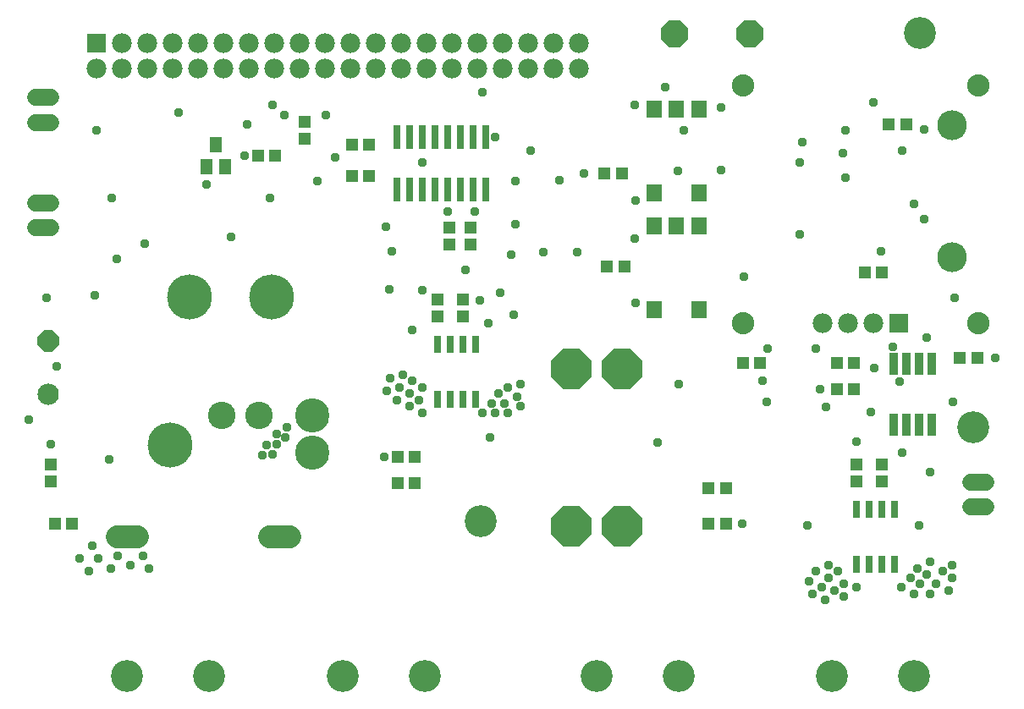
<source format=gbr>
G04 EAGLE Gerber X2 export*
%TF.Part,Single*%
%TF.FileFunction,Soldermask,Top,1*%
%TF.FilePolarity,Negative*%
%TF.GenerationSoftware,Autodesk,EAGLE,8.6.0*%
%TF.CreationDate,2018-02-22T08:32:46Z*%
G75*
%MOMM*%
%FSLAX34Y34*%
%LPD*%
%AMOC8*
5,1,8,0,0,1.08239X$1,22.5*%
G01*
%ADD10C,3.203200*%
%ADD11R,1.203200X1.303200*%
%ADD12C,2.298700*%
%ADD13P,4.343848X8X292.500000*%
%ADD14R,1.303200X1.203200*%
%ADD15R,1.203200X1.603200*%
%ADD16R,1.981200X1.981200*%
%ADD17C,1.981200*%
%ADD18R,0.803200X1.703200*%
%ADD19C,2.235200*%
%ADD20R,0.803200X2.403200*%
%ADD21C,4.503200*%
%ADD22C,3.419200*%
%ADD23C,2.753200*%
%ADD24R,0.863600X2.235200*%
%ADD25C,1.727200*%
%ADD26C,2.978200*%
%ADD27P,2.969212X8X202.500000*%
%ADD28R,1.603200X1.803200*%
%ADD29P,2.309387X8X292.500000*%
%ADD30C,2.133600*%
%ADD31C,0.959600*%


D10*
X908050Y758190D03*
X961390Y363220D03*
X468630Y269240D03*
D11*
X425450Y474100D03*
X425450Y491100D03*
X450850Y474100D03*
X450850Y491100D03*
X844550Y309000D03*
X844550Y326000D03*
X869950Y326000D03*
X869950Y309000D03*
D12*
X277178Y254000D02*
X256223Y254000D01*
X124778Y254000D02*
X103823Y254000D01*
D13*
X609600Y421640D03*
X609600Y264160D03*
X558800Y264160D03*
X558800Y421640D03*
D11*
X385200Y307340D03*
X402200Y307340D03*
X402200Y334010D03*
X385200Y334010D03*
X42300Y266700D03*
X59300Y266700D03*
D14*
X38100Y326000D03*
X38100Y309000D03*
D11*
X262500Y635000D03*
X245500Y635000D03*
D14*
X292100Y651900D03*
X292100Y668900D03*
D11*
X696350Y266700D03*
X713350Y266700D03*
X713350Y302260D03*
X696350Y302260D03*
D15*
X203200Y646000D03*
X212700Y624000D03*
X193700Y624000D03*
D16*
X83700Y747698D03*
D17*
X83700Y722298D03*
X109100Y747698D03*
X109100Y722298D03*
X134500Y747698D03*
X134500Y722298D03*
X159900Y747698D03*
X159900Y722298D03*
X185300Y747698D03*
X185300Y722298D03*
X210700Y747698D03*
X210700Y722298D03*
X236100Y747698D03*
X236100Y722298D03*
X261500Y747698D03*
X261500Y722298D03*
X286900Y747698D03*
X286900Y722298D03*
X312300Y747698D03*
X312300Y722298D03*
X337700Y747698D03*
X337700Y722298D03*
X363100Y747698D03*
X363100Y722298D03*
X388500Y747698D03*
X388500Y722298D03*
X413900Y747698D03*
X413900Y722298D03*
X439300Y747698D03*
X439300Y722298D03*
X464700Y747698D03*
X464700Y722298D03*
X490100Y747698D03*
X490100Y722298D03*
X515500Y747698D03*
X515500Y722298D03*
X540900Y747698D03*
X540900Y722298D03*
X566300Y747698D03*
X566300Y722298D03*
D18*
X438150Y391600D03*
X438150Y446600D03*
X425450Y391600D03*
X450850Y391600D03*
X463550Y391600D03*
X425450Y446600D03*
X450850Y446600D03*
X463550Y446600D03*
X857250Y226500D03*
X857250Y281500D03*
X844550Y226500D03*
X869950Y226500D03*
X882650Y226500D03*
X844550Y281500D03*
X869950Y281500D03*
X882650Y281500D03*
D10*
X412700Y114300D03*
X330200Y114300D03*
X196800Y114300D03*
X114300Y114300D03*
X819200Y114300D03*
X901700Y114300D03*
X666700Y114300D03*
X584200Y114300D03*
D14*
X841620Y427990D03*
X824620Y427990D03*
X841620Y401320D03*
X824620Y401320D03*
X356480Y646430D03*
X339480Y646430D03*
X356480Y614680D03*
X339480Y614680D03*
D16*
X886460Y467360D03*
D17*
X861060Y467360D03*
X835660Y467360D03*
X810260Y467360D03*
D19*
X965835Y467360D03*
X965835Y705485D03*
X730885Y705485D03*
X730885Y467360D03*
D20*
X397510Y601380D03*
X422910Y653380D03*
X384810Y601380D03*
X410210Y601380D03*
X422910Y601380D03*
X410210Y653380D03*
X435610Y653380D03*
X448310Y653380D03*
X448310Y601380D03*
X473710Y653380D03*
X435610Y601380D03*
X461010Y601380D03*
X461010Y653380D03*
X473710Y601380D03*
X397510Y653380D03*
X384810Y653380D03*
D21*
X258920Y494030D03*
X176920Y494030D03*
D22*
X299720Y375330D03*
D21*
X157720Y345230D03*
D22*
X299720Y338030D03*
D23*
X246220Y375330D03*
X208720Y375330D03*
D14*
X747640Y427990D03*
X730640Y427990D03*
D11*
X964810Y433070D03*
X947810Y433070D03*
X876690Y666750D03*
X893690Y666750D03*
X852560Y518160D03*
X869560Y518160D03*
X594750Y524510D03*
X611750Y524510D03*
X592210Y617220D03*
X609210Y617220D03*
D24*
X881380Y365506D03*
X881380Y426974D03*
X894080Y365506D03*
X906780Y365506D03*
X894080Y426974D03*
X906780Y426974D03*
X919480Y365506D03*
X919480Y426974D03*
D25*
X958850Y283410D02*
X974090Y283410D01*
X974090Y308410D02*
X958850Y308410D01*
D26*
X939800Y533390D03*
X939800Y665490D03*
D27*
X737362Y756920D03*
X662178Y756920D03*
D28*
X686710Y598080D03*
X686710Y682080D03*
X664210Y682080D03*
X641710Y682080D03*
X641710Y598080D03*
X686710Y481240D03*
X686710Y565240D03*
X664210Y565240D03*
X641710Y565240D03*
X641710Y481240D03*
D25*
X38100Y562810D02*
X22860Y562810D01*
X22860Y587810D02*
X38100Y587810D01*
X38100Y668220D02*
X22860Y668220D01*
X22860Y693220D02*
X38100Y693220D01*
D14*
X458470Y546490D03*
X458470Y563490D03*
X436880Y546490D03*
X436880Y563490D03*
D29*
X35560Y449580D03*
D30*
X35560Y396240D03*
D31*
X373380Y563880D03*
X645160Y347980D03*
X502920Y566420D03*
X623570Y590550D03*
X374650Y400050D03*
X377825Y412750D03*
X390525Y415925D03*
X400050Y409575D03*
X396875Y396875D03*
X387350Y403225D03*
X384175Y390525D03*
X396875Y384175D03*
X409575Y377825D03*
X406400Y390525D03*
X409575Y403225D03*
X79375Y244475D03*
X98425Y222250D03*
X85725Y231775D03*
X104775Y234950D03*
X117475Y225425D03*
X130175Y234950D03*
X136525Y222250D03*
X76200Y219075D03*
X66675Y231775D03*
X250190Y335280D03*
X254000Y345440D03*
X260350Y336550D03*
X264160Y346710D03*
X264160Y356870D03*
X273050Y353060D03*
X274320Y363220D03*
X379730Y539750D03*
X104140Y532130D03*
X469900Y377825D03*
X479425Y387350D03*
X482600Y377825D03*
X495300Y377825D03*
X492125Y387350D03*
X485775Y396875D03*
X495300Y403225D03*
X508000Y406400D03*
X504825Y393700D03*
X508000Y384175D03*
X260350Y685800D03*
X622300Y685800D03*
X862330Y422910D03*
X901700Y586740D03*
X671830Y660400D03*
X830580Y637540D03*
X890270Y640080D03*
X812800Y190500D03*
X800100Y196850D03*
X796925Y209550D03*
X803275Y219075D03*
X815975Y225425D03*
X815975Y212725D03*
X809625Y203200D03*
X822325Y200025D03*
X831850Y193675D03*
X831850Y206375D03*
X825500Y219075D03*
X844550Y203200D03*
X889000Y203200D03*
X898525Y212725D03*
X904875Y222250D03*
X917575Y228600D03*
X914400Y215900D03*
X908050Y206375D03*
X901700Y196850D03*
X917575Y196850D03*
X923925Y206375D03*
X930275Y219075D03*
X939800Y225425D03*
X939800Y212725D03*
X936625Y200025D03*
X501650Y476250D03*
X487680Y497840D03*
X82550Y495300D03*
X99060Y593090D03*
X234950Y666750D03*
X833120Y660400D03*
X789940Y648970D03*
X666750Y406400D03*
X622300Y552450D03*
X469900Y698500D03*
X377190Y501650D03*
X453390Y520700D03*
X731520Y514350D03*
X565150Y538480D03*
X571500Y617220D03*
X218440Y553720D03*
X861060Y688340D03*
X942340Y492760D03*
X982980Y433070D03*
X880940Y444060D03*
X755650Y441960D03*
X803910Y441960D03*
X911860Y571500D03*
X911860Y661670D03*
X941070Y388620D03*
X914400Y453390D03*
X868680Y539750D03*
X518160Y640080D03*
X502920Y609600D03*
X304800Y609600D03*
X96520Y331470D03*
X477520Y353060D03*
X795020Y265430D03*
X906780Y265430D03*
X271780Y675640D03*
X313690Y675612D03*
X400050Y461010D03*
X476250Y467360D03*
X754380Y388620D03*
X887730Y408940D03*
X547370Y610870D03*
X530860Y538480D03*
X890270Y337820D03*
X814070Y383540D03*
X858520Y378460D03*
X833120Y613410D03*
X730250Y266700D03*
X844550Y349250D03*
X322580Y633730D03*
X193675Y606425D03*
X231775Y635000D03*
X38100Y346075D03*
X482600Y654050D03*
X807720Y401320D03*
X372110Y334010D03*
X750570Y410210D03*
X132080Y547370D03*
X166370Y678180D03*
X462280Y579120D03*
X652780Y703580D03*
X787400Y556260D03*
X787400Y628650D03*
X623570Y487680D03*
X665480Y619760D03*
X708660Y683260D03*
X708660Y621030D03*
X467360Y490220D03*
X410210Y500380D03*
X16510Y370840D03*
X918210Y318742D03*
X410210Y628650D03*
X34290Y492760D03*
X44450Y424180D03*
X83820Y660400D03*
X257810Y593090D03*
X435610Y579120D03*
X499110Y535940D03*
M02*

</source>
